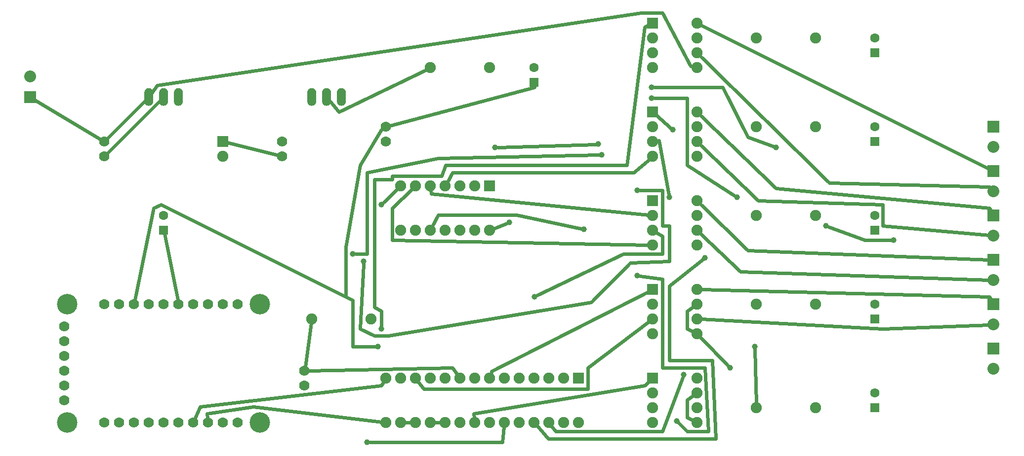
<source format=gbl>
G04 MADE WITH FRITZING*
G04 WWW.FRITZING.ORG*
G04 DOUBLE SIDED*
G04 HOLES PLATED*
G04 CONTOUR ON CENTER OF CONTOUR VECTOR*
%ASAXBY*%
%FSLAX23Y23*%
%MOIN*%
%OFA0B0*%
%SFA1.0B1.0*%
%ADD10C,0.060000*%
%ADD11C,0.075000*%
%ADD12C,0.070000*%
%ADD13C,0.062992*%
%ADD14C,0.053528*%
%ADD15C,0.080000*%
%ADD16C,0.138425*%
%ADD17C,0.039370*%
%ADD18R,0.075000X0.075000*%
%ADD19R,0.062992X0.062992*%
%ADD20R,0.080000X0.080000*%
%ADD21C,0.024000*%
%ADD22R,0.001000X0.001000*%
%LNCOPPER0*%
G90*
G70*
G54D10*
X939Y2654D03*
X1039Y2654D03*
X1139Y2654D03*
G54D11*
X1439Y2354D03*
X1439Y2254D03*
G54D12*
X639Y2254D03*
X639Y2354D03*
X1839Y2254D03*
X1839Y2354D03*
G54D13*
X1039Y1755D03*
X1039Y1854D03*
G54D14*
X2039Y2654D03*
X2139Y2654D03*
X2239Y2654D03*
G54D11*
X4339Y3154D03*
X4639Y3154D03*
X4339Y3054D03*
X4639Y3054D03*
X4339Y2954D03*
X4639Y2954D03*
X4339Y2854D03*
X4639Y2854D03*
X4339Y2554D03*
X4639Y2554D03*
X4339Y2454D03*
X4639Y2454D03*
X4339Y2354D03*
X4639Y2354D03*
X4339Y2254D03*
X4639Y2254D03*
X4339Y1954D03*
X4639Y1954D03*
X4339Y1854D03*
X4639Y1854D03*
X4339Y1754D03*
X4639Y1754D03*
X4339Y1654D03*
X4639Y1654D03*
X4339Y1354D03*
X4639Y1354D03*
X4339Y1254D03*
X4639Y1254D03*
X4339Y1154D03*
X4639Y1154D03*
X4339Y1054D03*
X4639Y1054D03*
X4339Y754D03*
X4639Y754D03*
X4339Y654D03*
X4639Y654D03*
X4339Y554D03*
X4639Y554D03*
X4339Y454D03*
X4639Y454D03*
X3239Y2054D03*
X3239Y1754D03*
X3139Y2054D03*
X3139Y1754D03*
X3039Y2054D03*
X3039Y1754D03*
X2939Y2054D03*
X2939Y1754D03*
X2839Y2054D03*
X2839Y1754D03*
X2739Y2054D03*
X2739Y1754D03*
X2639Y2054D03*
X2639Y1754D03*
G54D15*
X6639Y2154D03*
X6639Y2016D03*
X6639Y1854D03*
X6639Y1716D03*
X6639Y1554D03*
X6639Y1416D03*
X6639Y1254D03*
X6639Y1116D03*
X6639Y954D03*
X6639Y816D03*
G54D11*
X2039Y1154D03*
X2439Y1154D03*
G54D12*
X1989Y804D03*
X1989Y704D03*
X2539Y2354D03*
X2539Y2454D03*
G54D13*
X3539Y2755D03*
X3539Y2854D03*
G54D11*
X2839Y2854D03*
X3239Y2854D03*
G54D15*
X139Y2654D03*
X139Y2792D03*
G54D13*
X5839Y2955D03*
X5839Y3054D03*
X5839Y2355D03*
X5839Y2454D03*
X5839Y1755D03*
X5839Y1854D03*
X5839Y1155D03*
X5839Y1254D03*
X5839Y555D03*
X5839Y654D03*
G54D11*
X5039Y3054D03*
X5439Y3054D03*
X5039Y2454D03*
X5439Y2454D03*
X5039Y1854D03*
X5439Y1854D03*
X5039Y1254D03*
X5439Y1254D03*
X5039Y554D03*
X5439Y554D03*
X3839Y754D03*
X3839Y454D03*
X3739Y754D03*
X3739Y454D03*
X3639Y754D03*
X3639Y454D03*
X3539Y754D03*
X3539Y454D03*
X3439Y754D03*
X3439Y454D03*
X3339Y754D03*
X3339Y454D03*
X3239Y754D03*
X3239Y454D03*
X3139Y754D03*
X3139Y454D03*
X3039Y754D03*
X3039Y454D03*
X2939Y754D03*
X2939Y454D03*
X2839Y754D03*
X2839Y454D03*
X2739Y754D03*
X2739Y454D03*
X2639Y754D03*
X2639Y454D03*
X2539Y754D03*
X2539Y454D03*
G54D15*
X6639Y2454D03*
X6639Y2316D03*
G54D16*
X389Y1254D03*
X1689Y1254D03*
G54D12*
X369Y1104D03*
X369Y1004D03*
X369Y904D03*
X369Y804D03*
X369Y704D03*
X369Y604D03*
X1539Y1254D03*
X1439Y1254D03*
X1339Y1254D03*
X1239Y1254D03*
X1139Y1254D03*
X1039Y1254D03*
X939Y1254D03*
X839Y1254D03*
X739Y1254D03*
G54D16*
X1689Y454D03*
G54D12*
X639Y1254D03*
G54D16*
X389Y454D03*
G54D12*
X639Y454D03*
X739Y454D03*
X839Y454D03*
X939Y454D03*
X1039Y454D03*
X1139Y454D03*
X1239Y454D03*
X1339Y454D03*
X1439Y454D03*
X1539Y454D03*
G54D17*
X4452Y1976D03*
X4476Y2432D03*
X2508Y1928D03*
X4548Y776D03*
X3540Y1304D03*
X2508Y1088D03*
X3372Y1808D03*
X4236Y2024D03*
X2388Y1544D03*
X4500Y464D03*
X4236Y1448D03*
X3876Y1760D03*
X4692Y1568D03*
X4908Y1976D03*
X4332Y2648D03*
X3996Y2264D03*
X2316Y1592D03*
X2484Y968D03*
X5172Y2312D03*
X4332Y2720D03*
X3972Y2336D03*
X3276Y2312D03*
X2412Y320D03*
X5028Y968D03*
X4860Y824D03*
X5964Y1688D03*
X5508Y1784D03*
G54D18*
X1439Y2354D03*
G54D19*
X1039Y1755D03*
G54D18*
X4339Y3154D03*
X4339Y2554D03*
X4339Y1954D03*
X4339Y1354D03*
X4339Y754D03*
X3239Y2054D03*
G54D20*
X6639Y2154D03*
X6639Y1854D03*
X6639Y1554D03*
X6639Y1254D03*
X6639Y954D03*
G54D19*
X3539Y2755D03*
G54D20*
X139Y2654D03*
G54D19*
X5839Y2955D03*
X5839Y2355D03*
X5839Y1755D03*
X5839Y1155D03*
X5839Y555D03*
G54D18*
X3839Y754D03*
G54D20*
X6639Y2454D03*
G54D21*
X1044Y1729D02*
X1133Y1284D01*
D02*
X2510Y457D02*
X1644Y560D01*
X1644Y560D02*
X1332Y512D01*
X1332Y512D02*
X1335Y484D01*
D02*
X4667Y1152D02*
X5892Y1088D01*
X5892Y1088D02*
X6608Y1115D01*
D02*
X4317Y2235D02*
X4212Y2144D01*
X4212Y2144D02*
X2988Y2144D01*
X2988Y2144D02*
X2953Y2079D01*
D02*
X4310Y1857D02*
X2844Y2000D01*
X2844Y2000D02*
X2842Y2025D01*
D02*
X4659Y1734D02*
X4932Y1472D01*
X4932Y1472D02*
X6608Y1417D01*
D02*
X4667Y1353D02*
X6612Y1304D01*
X6612Y1304D02*
X6624Y1281D01*
D02*
X1251Y482D02*
X1284Y560D01*
X1284Y560D02*
X2508Y704D01*
X2508Y704D02*
X2524Y730D01*
D02*
X2035Y1126D02*
X1993Y830D01*
D02*
X3022Y777D02*
X2988Y824D01*
X2988Y824D02*
X2015Y804D01*
D02*
X4313Y1341D02*
X3252Y800D01*
X3252Y800D02*
X3247Y781D01*
D02*
X4659Y1934D02*
X4980Y1616D01*
X4980Y1616D02*
X6608Y1555D01*
D02*
X4316Y1137D02*
X3900Y824D01*
X3900Y824D02*
X3900Y680D01*
X3900Y680D02*
X2796Y680D01*
X2796Y680D02*
X2756Y731D01*
D02*
X4449Y1994D02*
X4380Y2360D01*
X4380Y2360D02*
X4367Y2358D01*
D02*
X4310Y1654D02*
X2580Y1688D01*
X2580Y1688D02*
X2580Y1904D01*
X2580Y1904D02*
X2718Y2034D01*
D02*
X4462Y2444D02*
X4360Y2535D01*
D02*
X4659Y2334D02*
X5052Y1952D01*
X5052Y1952D02*
X5892Y1928D01*
X5892Y1928D02*
X5892Y1784D01*
X5892Y1784D02*
X6608Y1719D01*
D02*
X4659Y2934D02*
X5532Y2072D01*
X5532Y2072D02*
X6612Y2048D01*
X6612Y2048D02*
X6619Y2040D01*
D02*
X3135Y482D02*
X3132Y512D01*
X3132Y512D02*
X4284Y704D01*
X4284Y704D02*
X4318Y735D01*
D02*
X2522Y1941D02*
X2618Y2034D01*
D02*
X4659Y2534D02*
X5172Y2036D01*
X5172Y2036D02*
X6612Y1904D01*
X6612Y1904D02*
X6624Y1881D01*
D02*
X4664Y3141D02*
X6611Y2168D01*
D02*
X3656Y431D02*
X3684Y392D01*
X3684Y392D02*
X4404Y392D01*
X4404Y392D02*
X4541Y758D01*
D02*
X3557Y1312D02*
X4140Y1592D01*
X4140Y1592D02*
X4404Y1592D01*
X4404Y1592D02*
X4404Y1712D01*
X4404Y1712D02*
X4363Y1738D01*
D02*
X4313Y3142D02*
X4284Y3128D01*
X4284Y3128D02*
X4164Y2192D01*
X4164Y2192D02*
X2940Y2192D01*
X2940Y2192D02*
X2916Y2120D01*
X2916Y2120D02*
X2580Y2120D01*
X2580Y2120D02*
X2580Y2096D01*
X2580Y2096D02*
X2460Y2096D01*
X2460Y2096D02*
X2460Y1232D01*
X2460Y1232D02*
X2508Y1208D01*
X2508Y1208D02*
X2508Y1107D01*
D02*
X2867Y454D02*
X2910Y454D01*
D02*
X2667Y454D02*
X2710Y454D01*
D02*
X3265Y1765D02*
X3354Y1801D01*
D02*
X4255Y2024D02*
X4404Y2024D01*
X4404Y2024D02*
X4404Y1784D01*
X4404Y1784D02*
X4452Y1784D01*
X4452Y1784D02*
X4452Y1544D01*
X4452Y1544D02*
X4188Y1532D01*
X4188Y1532D02*
X3924Y1268D01*
X3924Y1268D02*
X2556Y1040D01*
X2556Y1040D02*
X2460Y1040D01*
X2460Y1040D02*
X2364Y1088D01*
X2364Y1088D02*
X2387Y1525D01*
D02*
X4513Y450D02*
X4572Y392D01*
X4572Y392D02*
X4716Y392D01*
X4716Y392D02*
X4692Y824D01*
X4692Y824D02*
X4404Y824D01*
X4404Y824D02*
X4404Y1424D01*
X4404Y1424D02*
X4255Y1445D01*
D02*
X3857Y1764D02*
X3420Y1856D01*
X3420Y1856D02*
X2892Y1856D01*
X2892Y1856D02*
X2852Y1779D01*
D02*
X4677Y1556D02*
X4452Y1376D01*
X4452Y1376D02*
X4452Y872D01*
X4452Y872D02*
X4740Y872D01*
X4740Y872D02*
X4764Y344D01*
X4764Y344D02*
X3636Y344D01*
X3636Y344D02*
X3558Y432D01*
D02*
X4892Y1986D02*
X4572Y2192D01*
X4572Y2192D02*
X4572Y2648D01*
X4572Y2648D02*
X4351Y2648D01*
D02*
X3977Y2263D02*
X2892Y2240D01*
X2892Y2240D02*
X2412Y2144D01*
X2412Y2144D02*
X2412Y1592D01*
X2412Y1592D02*
X2335Y1592D01*
D02*
X3540Y2729D02*
X3540Y2720D01*
X3540Y2720D02*
X2564Y2461D01*
D02*
X2465Y968D02*
X2316Y968D01*
X2316Y968D02*
X2316Y1280D01*
X2316Y1280D02*
X2268Y1304D01*
X2268Y1304D02*
X2268Y1640D01*
X2268Y1640D02*
X2364Y2192D01*
X2364Y2192D02*
X2508Y2432D01*
X2508Y2432D02*
X2518Y2439D01*
D02*
X845Y1284D02*
X972Y1904D01*
X972Y1904D02*
X1020Y1928D01*
X1020Y1928D02*
X2316Y1280D01*
D02*
X5154Y2319D02*
X4980Y2384D01*
X4980Y2384D02*
X4812Y2720D01*
X4812Y2720D02*
X4351Y2720D01*
D02*
X3953Y2335D02*
X3295Y2312D01*
D02*
X2431Y320D02*
X3324Y320D01*
X3324Y320D02*
X3336Y425D01*
D02*
X1467Y2347D02*
X1813Y2260D01*
D02*
X657Y2272D02*
X1017Y2632D01*
D02*
X2813Y2841D02*
X2220Y2552D01*
X2220Y2552D02*
X2160Y2627D01*
D02*
X5038Y583D02*
X5029Y949D01*
D02*
X4613Y1067D02*
X4572Y1088D01*
X4572Y1088D02*
X4572Y1208D01*
X4572Y1208D02*
X4615Y1238D01*
D02*
X4847Y838D02*
X4659Y1033D01*
D02*
X4613Y467D02*
X4572Y488D01*
X4572Y488D02*
X4572Y608D01*
X4572Y608D02*
X4615Y638D01*
D02*
X5945Y1688D02*
X5772Y1688D01*
X5772Y1688D02*
X5526Y1777D01*
D02*
X957Y2679D02*
X996Y2732D01*
X996Y2732D02*
X4260Y3224D01*
X4260Y3224D02*
X4404Y3224D01*
X4404Y3224D02*
X4596Y2864D01*
X4596Y2864D02*
X4611Y2860D01*
D02*
X657Y2373D02*
X917Y2632D01*
D02*
X165Y2638D02*
X616Y2368D01*
G54D22*
X932Y2714D02*
X944Y2714D01*
X1032Y2714D02*
X1044Y2714D01*
X1132Y2714D02*
X1144Y2714D01*
X2032Y2714D02*
X2044Y2714D01*
X2132Y2714D02*
X2144Y2714D01*
X2232Y2714D02*
X2244Y2714D01*
X929Y2713D02*
X948Y2713D01*
X1029Y2713D02*
X1048Y2713D01*
X1129Y2713D02*
X1148Y2713D01*
X2029Y2713D02*
X2048Y2713D01*
X2128Y2713D02*
X2148Y2713D01*
X2228Y2713D02*
X2247Y2713D01*
X926Y2712D02*
X950Y2712D01*
X1026Y2712D02*
X1050Y2712D01*
X1126Y2712D02*
X1150Y2712D01*
X2026Y2712D02*
X2050Y2712D01*
X2126Y2712D02*
X2150Y2712D01*
X2226Y2712D02*
X2250Y2712D01*
X924Y2711D02*
X952Y2711D01*
X1024Y2711D02*
X1052Y2711D01*
X1124Y2711D02*
X1152Y2711D01*
X2024Y2711D02*
X2052Y2711D01*
X2124Y2711D02*
X2152Y2711D01*
X2224Y2711D02*
X2252Y2711D01*
X923Y2710D02*
X954Y2710D01*
X1022Y2710D02*
X1054Y2710D01*
X1122Y2710D02*
X1154Y2710D01*
X2022Y2710D02*
X2054Y2710D01*
X2122Y2710D02*
X2154Y2710D01*
X2222Y2710D02*
X2254Y2710D01*
X921Y2709D02*
X955Y2709D01*
X1021Y2709D02*
X1055Y2709D01*
X1121Y2709D02*
X1155Y2709D01*
X2021Y2709D02*
X2055Y2709D01*
X2121Y2709D02*
X2155Y2709D01*
X2221Y2709D02*
X2255Y2709D01*
X920Y2708D02*
X957Y2708D01*
X1020Y2708D02*
X1057Y2708D01*
X1120Y2708D02*
X1157Y2708D01*
X2020Y2708D02*
X2056Y2708D01*
X2120Y2708D02*
X2156Y2708D01*
X2220Y2708D02*
X2256Y2708D01*
X919Y2707D02*
X958Y2707D01*
X1019Y2707D02*
X1058Y2707D01*
X1119Y2707D02*
X1158Y2707D01*
X2018Y2707D02*
X2058Y2707D01*
X2118Y2707D02*
X2158Y2707D01*
X2218Y2707D02*
X2258Y2707D01*
X918Y2706D02*
X959Y2706D01*
X1018Y2706D02*
X1059Y2706D01*
X1117Y2706D02*
X1159Y2706D01*
X2017Y2706D02*
X2059Y2706D01*
X2117Y2706D02*
X2159Y2706D01*
X2217Y2706D02*
X2259Y2706D01*
X917Y2705D02*
X960Y2705D01*
X1017Y2705D02*
X1060Y2705D01*
X1117Y2705D02*
X1160Y2705D01*
X2016Y2705D02*
X2060Y2705D01*
X2116Y2705D02*
X2160Y2705D01*
X2216Y2705D02*
X2260Y2705D01*
X916Y2704D02*
X961Y2704D01*
X1016Y2704D02*
X1061Y2704D01*
X1116Y2704D02*
X1161Y2704D01*
X2016Y2704D02*
X2061Y2704D01*
X2116Y2704D02*
X2160Y2704D01*
X2216Y2704D02*
X2260Y2704D01*
X915Y2703D02*
X961Y2703D01*
X1015Y2703D02*
X1061Y2703D01*
X1115Y2703D02*
X1161Y2703D01*
X2015Y2703D02*
X2061Y2703D01*
X2115Y2703D02*
X2161Y2703D01*
X2215Y2703D02*
X2261Y2703D01*
X914Y2702D02*
X962Y2702D01*
X1014Y2702D02*
X1062Y2702D01*
X1114Y2702D02*
X1162Y2702D01*
X2014Y2702D02*
X2062Y2702D01*
X2114Y2702D02*
X2162Y2702D01*
X2214Y2702D02*
X2262Y2702D01*
X913Y2701D02*
X963Y2701D01*
X1013Y2701D02*
X1063Y2701D01*
X1113Y2701D02*
X1163Y2701D01*
X2013Y2701D02*
X2063Y2701D01*
X2113Y2701D02*
X2163Y2701D01*
X2213Y2701D02*
X2263Y2701D01*
X913Y2700D02*
X963Y2700D01*
X1013Y2700D02*
X1063Y2700D01*
X1113Y2700D02*
X1163Y2700D01*
X2013Y2700D02*
X2063Y2700D01*
X2113Y2700D02*
X2163Y2700D01*
X2213Y2700D02*
X2263Y2700D01*
X912Y2699D02*
X964Y2699D01*
X1012Y2699D02*
X1064Y2699D01*
X1112Y2699D02*
X1164Y2699D01*
X2012Y2699D02*
X2064Y2699D01*
X2112Y2699D02*
X2164Y2699D01*
X2212Y2699D02*
X2264Y2699D01*
X912Y2698D02*
X965Y2698D01*
X1012Y2698D02*
X1065Y2698D01*
X1112Y2698D02*
X1165Y2698D01*
X2012Y2698D02*
X2064Y2698D01*
X2112Y2698D02*
X2164Y2698D01*
X2212Y2698D02*
X2264Y2698D01*
X911Y2697D02*
X965Y2697D01*
X1011Y2697D02*
X1065Y2697D01*
X1111Y2697D02*
X1165Y2697D01*
X2011Y2697D02*
X2065Y2697D01*
X2111Y2697D02*
X2165Y2697D01*
X2211Y2697D02*
X2265Y2697D01*
X911Y2696D02*
X965Y2696D01*
X1011Y2696D02*
X1065Y2696D01*
X1111Y2696D02*
X1165Y2696D01*
X2011Y2696D02*
X2065Y2696D01*
X2111Y2696D02*
X2165Y2696D01*
X2211Y2696D02*
X2265Y2696D01*
X911Y2695D02*
X966Y2695D01*
X1010Y2695D02*
X1066Y2695D01*
X1110Y2695D02*
X1166Y2695D01*
X2010Y2695D02*
X2066Y2695D01*
X2110Y2695D02*
X2166Y2695D01*
X2210Y2695D02*
X2266Y2695D01*
X910Y2694D02*
X966Y2694D01*
X1010Y2694D02*
X1066Y2694D01*
X1110Y2694D02*
X1166Y2694D01*
X2010Y2694D02*
X2066Y2694D01*
X2110Y2694D02*
X2166Y2694D01*
X2210Y2694D02*
X2266Y2694D01*
X910Y2693D02*
X967Y2693D01*
X1010Y2693D02*
X1066Y2693D01*
X1110Y2693D02*
X1166Y2693D01*
X2010Y2693D02*
X2066Y2693D01*
X2110Y2693D02*
X2166Y2693D01*
X2210Y2693D02*
X2266Y2693D01*
X910Y2692D02*
X967Y2692D01*
X1010Y2692D02*
X1067Y2692D01*
X1110Y2692D02*
X1167Y2692D01*
X2009Y2692D02*
X2067Y2692D01*
X2109Y2692D02*
X2167Y2692D01*
X2209Y2692D02*
X2267Y2692D01*
X909Y2691D02*
X967Y2691D01*
X1009Y2691D02*
X1067Y2691D01*
X1109Y2691D02*
X1167Y2691D01*
X2009Y2691D02*
X2067Y2691D01*
X2109Y2691D02*
X2167Y2691D01*
X2209Y2691D02*
X2267Y2691D01*
X909Y2690D02*
X967Y2690D01*
X1009Y2690D02*
X1067Y2690D01*
X1109Y2690D02*
X1167Y2690D01*
X2009Y2690D02*
X2067Y2690D01*
X2109Y2690D02*
X2167Y2690D01*
X2209Y2690D02*
X2267Y2690D01*
X909Y2689D02*
X967Y2689D01*
X1009Y2689D02*
X1067Y2689D01*
X1109Y2689D02*
X1167Y2689D01*
X2009Y2689D02*
X2067Y2689D01*
X2109Y2689D02*
X2167Y2689D01*
X2209Y2689D02*
X2267Y2689D01*
X909Y2688D02*
X967Y2688D01*
X1009Y2688D02*
X1067Y2688D01*
X1109Y2688D02*
X1167Y2688D01*
X2009Y2688D02*
X2067Y2688D01*
X2109Y2688D02*
X2167Y2688D01*
X2209Y2688D02*
X2267Y2688D01*
X909Y2687D02*
X968Y2687D01*
X1009Y2687D02*
X1068Y2687D01*
X1109Y2687D02*
X1168Y2687D01*
X2009Y2687D02*
X2067Y2687D01*
X2109Y2687D02*
X2167Y2687D01*
X2209Y2687D02*
X2267Y2687D01*
X909Y2686D02*
X968Y2686D01*
X1009Y2686D02*
X1068Y2686D01*
X1109Y2686D02*
X1168Y2686D01*
X2009Y2686D02*
X2067Y2686D01*
X2109Y2686D02*
X2167Y2686D01*
X2209Y2686D02*
X2267Y2686D01*
X909Y2685D02*
X968Y2685D01*
X1009Y2685D02*
X1068Y2685D01*
X1109Y2685D02*
X1168Y2685D01*
X2009Y2685D02*
X2068Y2685D01*
X2109Y2685D02*
X2167Y2685D01*
X2209Y2685D02*
X2267Y2685D01*
X909Y2684D02*
X968Y2684D01*
X1009Y2684D02*
X1068Y2684D01*
X1109Y2684D02*
X1168Y2684D01*
X2009Y2684D02*
X2068Y2684D01*
X2109Y2684D02*
X2167Y2684D01*
X2209Y2684D02*
X2267Y2684D01*
X909Y2683D02*
X968Y2683D01*
X1009Y2683D02*
X1068Y2683D01*
X1109Y2683D02*
X1168Y2683D01*
X2009Y2683D02*
X2068Y2683D01*
X2109Y2683D02*
X2167Y2683D01*
X2209Y2683D02*
X2267Y2683D01*
X909Y2682D02*
X968Y2682D01*
X1009Y2682D02*
X1068Y2682D01*
X1109Y2682D02*
X1168Y2682D01*
X2009Y2682D02*
X2068Y2682D01*
X2109Y2682D02*
X2167Y2682D01*
X2209Y2682D02*
X2267Y2682D01*
X909Y2681D02*
X968Y2681D01*
X1009Y2681D02*
X1068Y2681D01*
X1109Y2681D02*
X1168Y2681D01*
X2009Y2681D02*
X2068Y2681D01*
X2109Y2681D02*
X2167Y2681D01*
X2209Y2681D02*
X2267Y2681D01*
X909Y2680D02*
X968Y2680D01*
X1009Y2680D02*
X1068Y2680D01*
X1109Y2680D02*
X1168Y2680D01*
X2009Y2680D02*
X2068Y2680D01*
X2109Y2680D02*
X2167Y2680D01*
X2209Y2680D02*
X2267Y2680D01*
X909Y2679D02*
X968Y2679D01*
X1009Y2679D02*
X1068Y2679D01*
X1109Y2679D02*
X1168Y2679D01*
X2009Y2679D02*
X2068Y2679D01*
X2109Y2679D02*
X2167Y2679D01*
X2209Y2679D02*
X2267Y2679D01*
X909Y2678D02*
X968Y2678D01*
X1009Y2678D02*
X1068Y2678D01*
X1109Y2678D02*
X1168Y2678D01*
X2009Y2678D02*
X2068Y2678D01*
X2109Y2678D02*
X2167Y2678D01*
X2209Y2678D02*
X2267Y2678D01*
X909Y2677D02*
X968Y2677D01*
X1009Y2677D02*
X1068Y2677D01*
X1109Y2677D02*
X1168Y2677D01*
X2009Y2677D02*
X2068Y2677D01*
X2109Y2677D02*
X2167Y2677D01*
X2209Y2677D02*
X2267Y2677D01*
X909Y2676D02*
X968Y2676D01*
X1009Y2676D02*
X1068Y2676D01*
X1109Y2676D02*
X1168Y2676D01*
X2009Y2676D02*
X2068Y2676D01*
X2109Y2676D02*
X2167Y2676D01*
X2209Y2676D02*
X2267Y2676D01*
X909Y2675D02*
X968Y2675D01*
X1009Y2675D02*
X1068Y2675D01*
X1109Y2675D02*
X1168Y2675D01*
X2009Y2675D02*
X2068Y2675D01*
X2109Y2675D02*
X2167Y2675D01*
X2209Y2675D02*
X2267Y2675D01*
X909Y2674D02*
X932Y2674D01*
X944Y2674D02*
X968Y2674D01*
X1009Y2674D02*
X1032Y2674D01*
X1044Y2674D02*
X1068Y2674D01*
X1109Y2674D02*
X1132Y2674D01*
X1144Y2674D02*
X1168Y2674D01*
X2009Y2674D02*
X2032Y2674D01*
X2044Y2674D02*
X2068Y2674D01*
X2109Y2674D02*
X2132Y2674D01*
X2144Y2674D02*
X2167Y2674D01*
X2209Y2674D02*
X2232Y2674D01*
X2244Y2674D02*
X2267Y2674D01*
X909Y2673D02*
X930Y2673D01*
X947Y2673D02*
X968Y2673D01*
X1009Y2673D02*
X1030Y2673D01*
X1047Y2673D02*
X1068Y2673D01*
X1109Y2673D02*
X1130Y2673D01*
X1147Y2673D02*
X1168Y2673D01*
X2009Y2673D02*
X2029Y2673D01*
X2047Y2673D02*
X2068Y2673D01*
X2109Y2673D02*
X2129Y2673D01*
X2147Y2673D02*
X2167Y2673D01*
X2209Y2673D02*
X2229Y2673D01*
X2247Y2673D02*
X2267Y2673D01*
X909Y2672D02*
X928Y2672D01*
X949Y2672D02*
X968Y2672D01*
X1009Y2672D02*
X1028Y2672D01*
X1049Y2672D02*
X1068Y2672D01*
X1109Y2672D02*
X1128Y2672D01*
X1149Y2672D02*
X1168Y2672D01*
X2009Y2672D02*
X2028Y2672D01*
X2048Y2672D02*
X2068Y2672D01*
X2109Y2672D02*
X2128Y2672D01*
X2148Y2672D02*
X2167Y2672D01*
X2209Y2672D02*
X2228Y2672D01*
X2248Y2672D02*
X2267Y2672D01*
X909Y2671D02*
X926Y2671D01*
X950Y2671D02*
X968Y2671D01*
X1009Y2671D02*
X1026Y2671D01*
X1050Y2671D02*
X1068Y2671D01*
X1109Y2671D02*
X1126Y2671D01*
X1150Y2671D02*
X1168Y2671D01*
X2009Y2671D02*
X2026Y2671D01*
X2050Y2671D02*
X2068Y2671D01*
X2109Y2671D02*
X2126Y2671D01*
X2150Y2671D02*
X2167Y2671D01*
X2209Y2671D02*
X2226Y2671D01*
X2250Y2671D02*
X2267Y2671D01*
X909Y2670D02*
X925Y2670D01*
X951Y2670D02*
X968Y2670D01*
X1009Y2670D02*
X1025Y2670D01*
X1051Y2670D02*
X1068Y2670D01*
X1109Y2670D02*
X1125Y2670D01*
X1151Y2670D02*
X1168Y2670D01*
X2009Y2670D02*
X2025Y2670D01*
X2051Y2670D02*
X2068Y2670D01*
X2109Y2670D02*
X2125Y2670D01*
X2151Y2670D02*
X2167Y2670D01*
X2209Y2670D02*
X2225Y2670D01*
X2251Y2670D02*
X2267Y2670D01*
X909Y2669D02*
X924Y2669D01*
X953Y2669D02*
X968Y2669D01*
X1009Y2669D02*
X1024Y2669D01*
X1053Y2669D02*
X1068Y2669D01*
X1109Y2669D02*
X1124Y2669D01*
X1153Y2669D02*
X1168Y2669D01*
X2009Y2669D02*
X2024Y2669D01*
X2052Y2669D02*
X2068Y2669D01*
X2109Y2669D02*
X2124Y2669D01*
X2152Y2669D02*
X2167Y2669D01*
X2209Y2669D02*
X2224Y2669D01*
X2252Y2669D02*
X2267Y2669D01*
X909Y2668D02*
X923Y2668D01*
X954Y2668D02*
X968Y2668D01*
X1009Y2668D02*
X1023Y2668D01*
X1054Y2668D02*
X1068Y2668D01*
X1109Y2668D02*
X1123Y2668D01*
X1154Y2668D02*
X1168Y2668D01*
X2009Y2668D02*
X2023Y2668D01*
X2053Y2668D02*
X2068Y2668D01*
X2109Y2668D02*
X2123Y2668D01*
X2153Y2668D02*
X2167Y2668D01*
X2209Y2668D02*
X2223Y2668D01*
X2253Y2668D02*
X2267Y2668D01*
X909Y2667D02*
X922Y2667D01*
X954Y2667D02*
X968Y2667D01*
X1009Y2667D02*
X1022Y2667D01*
X1054Y2667D02*
X1068Y2667D01*
X1109Y2667D02*
X1122Y2667D01*
X1154Y2667D02*
X1168Y2667D01*
X2009Y2667D02*
X2022Y2667D01*
X2054Y2667D02*
X2068Y2667D01*
X2109Y2667D02*
X2122Y2667D01*
X2154Y2667D02*
X2167Y2667D01*
X2209Y2667D02*
X2222Y2667D01*
X2254Y2667D02*
X2267Y2667D01*
X909Y2666D02*
X921Y2666D01*
X955Y2666D02*
X968Y2666D01*
X1009Y2666D02*
X1021Y2666D01*
X1055Y2666D02*
X1068Y2666D01*
X1109Y2666D02*
X1121Y2666D01*
X1155Y2666D02*
X1168Y2666D01*
X2009Y2666D02*
X2021Y2666D01*
X2055Y2666D02*
X2068Y2666D01*
X2109Y2666D02*
X2121Y2666D01*
X2155Y2666D02*
X2167Y2666D01*
X2209Y2666D02*
X2221Y2666D01*
X2255Y2666D02*
X2267Y2666D01*
X909Y2665D02*
X921Y2665D01*
X956Y2665D02*
X968Y2665D01*
X1009Y2665D02*
X1021Y2665D01*
X1056Y2665D02*
X1068Y2665D01*
X1109Y2665D02*
X1121Y2665D01*
X1156Y2665D02*
X1168Y2665D01*
X2009Y2665D02*
X2020Y2665D01*
X2056Y2665D02*
X2068Y2665D01*
X2109Y2665D02*
X2120Y2665D01*
X2156Y2665D02*
X2167Y2665D01*
X2209Y2665D02*
X2220Y2665D01*
X2256Y2665D02*
X2267Y2665D01*
X909Y2664D02*
X920Y2664D01*
X956Y2664D02*
X968Y2664D01*
X1009Y2664D02*
X1020Y2664D01*
X1056Y2664D02*
X1068Y2664D01*
X1109Y2664D02*
X1120Y2664D01*
X1156Y2664D02*
X1168Y2664D01*
X2009Y2664D02*
X2020Y2664D01*
X2056Y2664D02*
X2068Y2664D01*
X2109Y2664D02*
X2120Y2664D01*
X2156Y2664D02*
X2167Y2664D01*
X2209Y2664D02*
X2220Y2664D01*
X2256Y2664D02*
X2267Y2664D01*
X909Y2663D02*
X919Y2663D01*
X957Y2663D02*
X968Y2663D01*
X1009Y2663D02*
X1019Y2663D01*
X1057Y2663D02*
X1068Y2663D01*
X1109Y2663D02*
X1119Y2663D01*
X1157Y2663D02*
X1168Y2663D01*
X2009Y2663D02*
X2019Y2663D01*
X2057Y2663D02*
X2068Y2663D01*
X2109Y2663D02*
X2119Y2663D01*
X2157Y2663D02*
X2167Y2663D01*
X2209Y2663D02*
X2219Y2663D01*
X2257Y2663D02*
X2267Y2663D01*
X909Y2662D02*
X919Y2662D01*
X957Y2662D02*
X968Y2662D01*
X1009Y2662D02*
X1019Y2662D01*
X1057Y2662D02*
X1068Y2662D01*
X1109Y2662D02*
X1119Y2662D01*
X1157Y2662D02*
X1168Y2662D01*
X2009Y2662D02*
X2019Y2662D01*
X2057Y2662D02*
X2068Y2662D01*
X2109Y2662D02*
X2119Y2662D01*
X2157Y2662D02*
X2167Y2662D01*
X2209Y2662D02*
X2219Y2662D01*
X2257Y2662D02*
X2267Y2662D01*
X909Y2661D02*
X919Y2661D01*
X958Y2661D02*
X968Y2661D01*
X1009Y2661D02*
X1019Y2661D01*
X1058Y2661D02*
X1068Y2661D01*
X1109Y2661D02*
X1119Y2661D01*
X1158Y2661D02*
X1168Y2661D01*
X2009Y2661D02*
X2019Y2661D01*
X2057Y2661D02*
X2068Y2661D01*
X2109Y2661D02*
X2119Y2661D01*
X2157Y2661D02*
X2167Y2661D01*
X2209Y2661D02*
X2219Y2661D01*
X2257Y2661D02*
X2267Y2661D01*
X909Y2660D02*
X918Y2660D01*
X958Y2660D02*
X968Y2660D01*
X1009Y2660D02*
X1018Y2660D01*
X1058Y2660D02*
X1068Y2660D01*
X1109Y2660D02*
X1118Y2660D01*
X1158Y2660D02*
X1168Y2660D01*
X2009Y2660D02*
X2018Y2660D01*
X2058Y2660D02*
X2068Y2660D01*
X2109Y2660D02*
X2118Y2660D01*
X2158Y2660D02*
X2167Y2660D01*
X2209Y2660D02*
X2218Y2660D01*
X2258Y2660D02*
X2267Y2660D01*
X909Y2659D02*
X918Y2659D01*
X958Y2659D02*
X968Y2659D01*
X1009Y2659D02*
X1018Y2659D01*
X1058Y2659D02*
X1068Y2659D01*
X1109Y2659D02*
X1118Y2659D01*
X1158Y2659D02*
X1168Y2659D01*
X2009Y2659D02*
X2018Y2659D01*
X2058Y2659D02*
X2068Y2659D01*
X2109Y2659D02*
X2118Y2659D01*
X2158Y2659D02*
X2167Y2659D01*
X2209Y2659D02*
X2218Y2659D01*
X2258Y2659D02*
X2267Y2659D01*
X909Y2658D02*
X918Y2658D01*
X958Y2658D02*
X968Y2658D01*
X1009Y2658D02*
X1018Y2658D01*
X1058Y2658D02*
X1068Y2658D01*
X1109Y2658D02*
X1118Y2658D01*
X1158Y2658D02*
X1168Y2658D01*
X2009Y2658D02*
X2018Y2658D01*
X2058Y2658D02*
X2068Y2658D01*
X2109Y2658D02*
X2118Y2658D01*
X2158Y2658D02*
X2167Y2658D01*
X2209Y2658D02*
X2218Y2658D01*
X2258Y2658D02*
X2267Y2658D01*
X909Y2657D02*
X918Y2657D01*
X958Y2657D02*
X968Y2657D01*
X1009Y2657D02*
X1018Y2657D01*
X1058Y2657D02*
X1068Y2657D01*
X1109Y2657D02*
X1118Y2657D01*
X1158Y2657D02*
X1168Y2657D01*
X2009Y2657D02*
X2018Y2657D01*
X2058Y2657D02*
X2068Y2657D01*
X2109Y2657D02*
X2118Y2657D01*
X2158Y2657D02*
X2167Y2657D01*
X2209Y2657D02*
X2218Y2657D01*
X2258Y2657D02*
X2267Y2657D01*
X909Y2656D02*
X918Y2656D01*
X959Y2656D02*
X968Y2656D01*
X1009Y2656D02*
X1018Y2656D01*
X1059Y2656D02*
X1068Y2656D01*
X1109Y2656D02*
X1118Y2656D01*
X1159Y2656D02*
X1168Y2656D01*
X2009Y2656D02*
X2018Y2656D01*
X2058Y2656D02*
X2068Y2656D01*
X2109Y2656D02*
X2118Y2656D01*
X2158Y2656D02*
X2167Y2656D01*
X2209Y2656D02*
X2218Y2656D01*
X2258Y2656D02*
X2267Y2656D01*
X909Y2655D02*
X918Y2655D01*
X959Y2655D02*
X968Y2655D01*
X1009Y2655D02*
X1018Y2655D01*
X1059Y2655D02*
X1068Y2655D01*
X1109Y2655D02*
X1118Y2655D01*
X1159Y2655D02*
X1168Y2655D01*
X2009Y2655D02*
X2018Y2655D01*
X2058Y2655D02*
X2068Y2655D01*
X2109Y2655D02*
X2118Y2655D01*
X2158Y2655D02*
X2167Y2655D01*
X2209Y2655D02*
X2218Y2655D01*
X2258Y2655D02*
X2267Y2655D01*
X909Y2654D02*
X918Y2654D01*
X959Y2654D02*
X968Y2654D01*
X1009Y2654D02*
X1018Y2654D01*
X1059Y2654D02*
X1068Y2654D01*
X1109Y2654D02*
X1118Y2654D01*
X1159Y2654D02*
X1168Y2654D01*
X2009Y2654D02*
X2018Y2654D01*
X2058Y2654D02*
X2068Y2654D01*
X2109Y2654D02*
X2118Y2654D01*
X2158Y2654D02*
X2167Y2654D01*
X2209Y2654D02*
X2218Y2654D01*
X2258Y2654D02*
X2267Y2654D01*
X909Y2653D02*
X918Y2653D01*
X958Y2653D02*
X968Y2653D01*
X1009Y2653D02*
X1018Y2653D01*
X1058Y2653D02*
X1068Y2653D01*
X1109Y2653D02*
X1118Y2653D01*
X1158Y2653D02*
X1168Y2653D01*
X2009Y2653D02*
X2018Y2653D01*
X2058Y2653D02*
X2068Y2653D01*
X2109Y2653D02*
X2118Y2653D01*
X2158Y2653D02*
X2167Y2653D01*
X2209Y2653D02*
X2218Y2653D01*
X2258Y2653D02*
X2267Y2653D01*
X909Y2652D02*
X918Y2652D01*
X958Y2652D02*
X968Y2652D01*
X1009Y2652D02*
X1018Y2652D01*
X1058Y2652D02*
X1068Y2652D01*
X1109Y2652D02*
X1118Y2652D01*
X1158Y2652D02*
X1168Y2652D01*
X2009Y2652D02*
X2018Y2652D01*
X2058Y2652D02*
X2068Y2652D01*
X2109Y2652D02*
X2118Y2652D01*
X2158Y2652D02*
X2167Y2652D01*
X2209Y2652D02*
X2218Y2652D01*
X2258Y2652D02*
X2267Y2652D01*
X909Y2651D02*
X918Y2651D01*
X958Y2651D02*
X968Y2651D01*
X1009Y2651D02*
X1018Y2651D01*
X1058Y2651D02*
X1068Y2651D01*
X1109Y2651D02*
X1118Y2651D01*
X1158Y2651D02*
X1168Y2651D01*
X2009Y2651D02*
X2018Y2651D01*
X2058Y2651D02*
X2068Y2651D01*
X2109Y2651D02*
X2118Y2651D01*
X2158Y2651D02*
X2167Y2651D01*
X2209Y2651D02*
X2218Y2651D01*
X2258Y2651D02*
X2267Y2651D01*
X909Y2650D02*
X918Y2650D01*
X958Y2650D02*
X968Y2650D01*
X1009Y2650D02*
X1018Y2650D01*
X1058Y2650D02*
X1068Y2650D01*
X1109Y2650D02*
X1118Y2650D01*
X1158Y2650D02*
X1168Y2650D01*
X2009Y2650D02*
X2018Y2650D01*
X2058Y2650D02*
X2068Y2650D01*
X2109Y2650D02*
X2118Y2650D01*
X2158Y2650D02*
X2167Y2650D01*
X2209Y2650D02*
X2218Y2650D01*
X2258Y2650D02*
X2267Y2650D01*
X909Y2649D02*
X919Y2649D01*
X958Y2649D02*
X968Y2649D01*
X1009Y2649D02*
X1019Y2649D01*
X1058Y2649D02*
X1068Y2649D01*
X1109Y2649D02*
X1119Y2649D01*
X1158Y2649D02*
X1168Y2649D01*
X2009Y2649D02*
X2018Y2649D01*
X2058Y2649D02*
X2068Y2649D01*
X2109Y2649D02*
X2118Y2649D01*
X2158Y2649D02*
X2167Y2649D01*
X2209Y2649D02*
X2218Y2649D01*
X2258Y2649D02*
X2267Y2649D01*
X909Y2648D02*
X919Y2648D01*
X957Y2648D02*
X968Y2648D01*
X1009Y2648D02*
X1019Y2648D01*
X1057Y2648D02*
X1068Y2648D01*
X1109Y2648D02*
X1119Y2648D01*
X1157Y2648D02*
X1168Y2648D01*
X2009Y2648D02*
X2019Y2648D01*
X2057Y2648D02*
X2068Y2648D01*
X2109Y2648D02*
X2119Y2648D01*
X2157Y2648D02*
X2167Y2648D01*
X2209Y2648D02*
X2219Y2648D01*
X2257Y2648D02*
X2267Y2648D01*
X909Y2647D02*
X919Y2647D01*
X957Y2647D02*
X968Y2647D01*
X1009Y2647D02*
X1019Y2647D01*
X1057Y2647D02*
X1068Y2647D01*
X1109Y2647D02*
X1119Y2647D01*
X1157Y2647D02*
X1168Y2647D01*
X2009Y2647D02*
X2019Y2647D01*
X2057Y2647D02*
X2068Y2647D01*
X2109Y2647D02*
X2119Y2647D01*
X2157Y2647D02*
X2167Y2647D01*
X2209Y2647D02*
X2219Y2647D01*
X2257Y2647D02*
X2267Y2647D01*
X909Y2646D02*
X920Y2646D01*
X957Y2646D02*
X968Y2646D01*
X1009Y2646D02*
X1020Y2646D01*
X1057Y2646D02*
X1068Y2646D01*
X1109Y2646D02*
X1120Y2646D01*
X1157Y2646D02*
X1168Y2646D01*
X2009Y2646D02*
X2020Y2646D01*
X2056Y2646D02*
X2068Y2646D01*
X2109Y2646D02*
X2120Y2646D01*
X2156Y2646D02*
X2167Y2646D01*
X2209Y2646D02*
X2220Y2646D01*
X2256Y2646D02*
X2267Y2646D01*
X909Y2645D02*
X920Y2645D01*
X956Y2645D02*
X968Y2645D01*
X1009Y2645D02*
X1020Y2645D01*
X1056Y2645D02*
X1068Y2645D01*
X1109Y2645D02*
X1120Y2645D01*
X1156Y2645D02*
X1168Y2645D01*
X2009Y2645D02*
X2020Y2645D01*
X2056Y2645D02*
X2068Y2645D01*
X2109Y2645D02*
X2120Y2645D01*
X2156Y2645D02*
X2167Y2645D01*
X2209Y2645D02*
X2220Y2645D01*
X2256Y2645D02*
X2267Y2645D01*
X909Y2644D02*
X921Y2644D01*
X955Y2644D02*
X968Y2644D01*
X1009Y2644D02*
X1021Y2644D01*
X1055Y2644D02*
X1068Y2644D01*
X1109Y2644D02*
X1121Y2644D01*
X1155Y2644D02*
X1168Y2644D01*
X2009Y2644D02*
X2021Y2644D01*
X2055Y2644D02*
X2068Y2644D01*
X2109Y2644D02*
X2121Y2644D01*
X2155Y2644D02*
X2167Y2644D01*
X2209Y2644D02*
X2221Y2644D01*
X2255Y2644D02*
X2267Y2644D01*
X909Y2643D02*
X922Y2643D01*
X955Y2643D02*
X968Y2643D01*
X1009Y2643D02*
X1022Y2643D01*
X1055Y2643D02*
X1068Y2643D01*
X1109Y2643D02*
X1122Y2643D01*
X1155Y2643D02*
X1168Y2643D01*
X2009Y2643D02*
X2021Y2643D01*
X2055Y2643D02*
X2068Y2643D01*
X2109Y2643D02*
X2121Y2643D01*
X2155Y2643D02*
X2167Y2643D01*
X2209Y2643D02*
X2221Y2643D01*
X2255Y2643D02*
X2267Y2643D01*
X909Y2642D02*
X922Y2642D01*
X954Y2642D02*
X968Y2642D01*
X1009Y2642D02*
X1022Y2642D01*
X1054Y2642D02*
X1068Y2642D01*
X1109Y2642D02*
X1122Y2642D01*
X1154Y2642D02*
X1168Y2642D01*
X2009Y2642D02*
X2022Y2642D01*
X2054Y2642D02*
X2068Y2642D01*
X2109Y2642D02*
X2122Y2642D01*
X2154Y2642D02*
X2167Y2642D01*
X2209Y2642D02*
X2222Y2642D01*
X2254Y2642D02*
X2267Y2642D01*
X909Y2641D02*
X923Y2641D01*
X953Y2641D02*
X968Y2641D01*
X1009Y2641D02*
X1023Y2641D01*
X1053Y2641D02*
X1068Y2641D01*
X1109Y2641D02*
X1123Y2641D01*
X1153Y2641D02*
X1168Y2641D01*
X2009Y2641D02*
X2023Y2641D01*
X2053Y2641D02*
X2068Y2641D01*
X2109Y2641D02*
X2123Y2641D01*
X2153Y2641D02*
X2167Y2641D01*
X2209Y2641D02*
X2223Y2641D01*
X2253Y2641D02*
X2267Y2641D01*
X909Y2640D02*
X924Y2640D01*
X952Y2640D02*
X968Y2640D01*
X1009Y2640D02*
X1024Y2640D01*
X1052Y2640D02*
X1068Y2640D01*
X1109Y2640D02*
X1124Y2640D01*
X1152Y2640D02*
X1168Y2640D01*
X2009Y2640D02*
X2024Y2640D01*
X2052Y2640D02*
X2068Y2640D01*
X2109Y2640D02*
X2124Y2640D01*
X2152Y2640D02*
X2167Y2640D01*
X2209Y2640D02*
X2224Y2640D01*
X2252Y2640D02*
X2267Y2640D01*
X909Y2639D02*
X926Y2639D01*
X951Y2639D02*
X968Y2639D01*
X1009Y2639D02*
X1025Y2639D01*
X1051Y2639D02*
X1068Y2639D01*
X1109Y2639D02*
X1125Y2639D01*
X1151Y2639D02*
X1168Y2639D01*
X2009Y2639D02*
X2025Y2639D01*
X2051Y2639D02*
X2068Y2639D01*
X2109Y2639D02*
X2125Y2639D01*
X2151Y2639D02*
X2167Y2639D01*
X2209Y2639D02*
X2225Y2639D01*
X2251Y2639D02*
X2267Y2639D01*
X909Y2638D02*
X927Y2638D01*
X949Y2638D02*
X968Y2638D01*
X1009Y2638D02*
X1027Y2638D01*
X1049Y2638D02*
X1068Y2638D01*
X1109Y2638D02*
X1127Y2638D01*
X1149Y2638D02*
X1168Y2638D01*
X2009Y2638D02*
X2027Y2638D01*
X2049Y2638D02*
X2068Y2638D01*
X2109Y2638D02*
X2127Y2638D01*
X2149Y2638D02*
X2167Y2638D01*
X2209Y2638D02*
X2227Y2638D01*
X2249Y2638D02*
X2267Y2638D01*
X909Y2637D02*
X929Y2637D01*
X948Y2637D02*
X968Y2637D01*
X1009Y2637D02*
X1029Y2637D01*
X1048Y2637D02*
X1068Y2637D01*
X1109Y2637D02*
X1129Y2637D01*
X1148Y2637D02*
X1168Y2637D01*
X2009Y2637D02*
X2029Y2637D01*
X2048Y2637D02*
X2068Y2637D01*
X2109Y2637D02*
X2128Y2637D01*
X2148Y2637D02*
X2167Y2637D01*
X2209Y2637D02*
X2228Y2637D01*
X2248Y2637D02*
X2267Y2637D01*
X909Y2636D02*
X931Y2636D01*
X945Y2636D02*
X968Y2636D01*
X1009Y2636D02*
X1031Y2636D01*
X1045Y2636D02*
X1068Y2636D01*
X1109Y2636D02*
X1131Y2636D01*
X1145Y2636D02*
X1168Y2636D01*
X2009Y2636D02*
X2031Y2636D01*
X2045Y2636D02*
X2068Y2636D01*
X2109Y2636D02*
X2131Y2636D01*
X2145Y2636D02*
X2167Y2636D01*
X2209Y2636D02*
X2231Y2636D01*
X2245Y2636D02*
X2267Y2636D01*
X909Y2635D02*
X935Y2635D01*
X941Y2635D02*
X968Y2635D01*
X1009Y2635D02*
X1035Y2635D01*
X1041Y2635D02*
X1068Y2635D01*
X1109Y2635D02*
X1135Y2635D01*
X1141Y2635D02*
X1168Y2635D01*
X2009Y2635D02*
X2035Y2635D01*
X2041Y2635D02*
X2068Y2635D01*
X2109Y2635D02*
X2135Y2635D01*
X2141Y2635D02*
X2167Y2635D01*
X2209Y2635D02*
X2235Y2635D01*
X2241Y2635D02*
X2267Y2635D01*
X909Y2634D02*
X968Y2634D01*
X1009Y2634D02*
X1068Y2634D01*
X1109Y2634D02*
X1168Y2634D01*
X2009Y2634D02*
X2068Y2634D01*
X2109Y2634D02*
X2167Y2634D01*
X2209Y2634D02*
X2267Y2634D01*
X909Y2633D02*
X968Y2633D01*
X1009Y2633D02*
X1068Y2633D01*
X1109Y2633D02*
X1168Y2633D01*
X2009Y2633D02*
X2068Y2633D01*
X2109Y2633D02*
X2167Y2633D01*
X2209Y2633D02*
X2267Y2633D01*
X909Y2632D02*
X968Y2632D01*
X1009Y2632D02*
X1068Y2632D01*
X1109Y2632D02*
X1168Y2632D01*
X2009Y2632D02*
X2068Y2632D01*
X2109Y2632D02*
X2167Y2632D01*
X2209Y2632D02*
X2267Y2632D01*
X909Y2631D02*
X968Y2631D01*
X1009Y2631D02*
X1068Y2631D01*
X1109Y2631D02*
X1168Y2631D01*
X2009Y2631D02*
X2068Y2631D01*
X2109Y2631D02*
X2167Y2631D01*
X2209Y2631D02*
X2267Y2631D01*
X909Y2630D02*
X968Y2630D01*
X1009Y2630D02*
X1068Y2630D01*
X1109Y2630D02*
X1168Y2630D01*
X2009Y2630D02*
X2068Y2630D01*
X2109Y2630D02*
X2167Y2630D01*
X2209Y2630D02*
X2267Y2630D01*
X909Y2629D02*
X968Y2629D01*
X1009Y2629D02*
X1068Y2629D01*
X1109Y2629D02*
X1168Y2629D01*
X2009Y2629D02*
X2068Y2629D01*
X2109Y2629D02*
X2167Y2629D01*
X2209Y2629D02*
X2267Y2629D01*
X909Y2628D02*
X968Y2628D01*
X1009Y2628D02*
X1068Y2628D01*
X1109Y2628D02*
X1168Y2628D01*
X2009Y2628D02*
X2068Y2628D01*
X2109Y2628D02*
X2167Y2628D01*
X2209Y2628D02*
X2267Y2628D01*
X909Y2627D02*
X968Y2627D01*
X1009Y2627D02*
X1068Y2627D01*
X1109Y2627D02*
X1168Y2627D01*
X2009Y2627D02*
X2068Y2627D01*
X2109Y2627D02*
X2167Y2627D01*
X2209Y2627D02*
X2267Y2627D01*
X909Y2626D02*
X968Y2626D01*
X1009Y2626D02*
X1068Y2626D01*
X1109Y2626D02*
X1168Y2626D01*
X2009Y2626D02*
X2068Y2626D01*
X2109Y2626D02*
X2167Y2626D01*
X2209Y2626D02*
X2267Y2626D01*
X909Y2625D02*
X968Y2625D01*
X1009Y2625D02*
X1068Y2625D01*
X1109Y2625D02*
X1168Y2625D01*
X2009Y2625D02*
X2068Y2625D01*
X2109Y2625D02*
X2167Y2625D01*
X2209Y2625D02*
X2267Y2625D01*
X909Y2624D02*
X968Y2624D01*
X1009Y2624D02*
X1068Y2624D01*
X1109Y2624D02*
X1168Y2624D01*
X2009Y2624D02*
X2067Y2624D01*
X2109Y2624D02*
X2167Y2624D01*
X2209Y2624D02*
X2267Y2624D01*
X909Y2623D02*
X968Y2623D01*
X1009Y2623D02*
X1068Y2623D01*
X1109Y2623D02*
X1168Y2623D01*
X2009Y2623D02*
X2067Y2623D01*
X2109Y2623D02*
X2167Y2623D01*
X2209Y2623D02*
X2267Y2623D01*
X909Y2622D02*
X968Y2622D01*
X1009Y2622D02*
X1068Y2622D01*
X1109Y2622D02*
X1168Y2622D01*
X2009Y2622D02*
X2067Y2622D01*
X2109Y2622D02*
X2167Y2622D01*
X2209Y2622D02*
X2267Y2622D01*
X909Y2621D02*
X967Y2621D01*
X1009Y2621D02*
X1067Y2621D01*
X1109Y2621D02*
X1167Y2621D01*
X2009Y2621D02*
X2067Y2621D01*
X2109Y2621D02*
X2167Y2621D01*
X2209Y2621D02*
X2267Y2621D01*
X909Y2620D02*
X967Y2620D01*
X1009Y2620D02*
X1067Y2620D01*
X1109Y2620D02*
X1167Y2620D01*
X2009Y2620D02*
X2067Y2620D01*
X2109Y2620D02*
X2167Y2620D01*
X2209Y2620D02*
X2267Y2620D01*
X909Y2619D02*
X967Y2619D01*
X1009Y2619D02*
X1067Y2619D01*
X1109Y2619D02*
X1167Y2619D01*
X2009Y2619D02*
X2067Y2619D01*
X2109Y2619D02*
X2167Y2619D01*
X2209Y2619D02*
X2267Y2619D01*
X909Y2618D02*
X967Y2618D01*
X1009Y2618D02*
X1067Y2618D01*
X1109Y2618D02*
X1167Y2618D01*
X2009Y2618D02*
X2067Y2618D01*
X2109Y2618D02*
X2167Y2618D01*
X2209Y2618D02*
X2267Y2618D01*
X910Y2617D02*
X967Y2617D01*
X1010Y2617D02*
X1067Y2617D01*
X1110Y2617D02*
X1167Y2617D01*
X2010Y2617D02*
X2066Y2617D01*
X2110Y2617D02*
X2166Y2617D01*
X2210Y2617D02*
X2266Y2617D01*
X910Y2616D02*
X966Y2616D01*
X1010Y2616D02*
X1066Y2616D01*
X1110Y2616D02*
X1166Y2616D01*
X2010Y2616D02*
X2066Y2616D01*
X2110Y2616D02*
X2166Y2616D01*
X2210Y2616D02*
X2266Y2616D01*
X910Y2615D02*
X966Y2615D01*
X1010Y2615D02*
X1066Y2615D01*
X1110Y2615D02*
X1166Y2615D01*
X2010Y2615D02*
X2066Y2615D01*
X2110Y2615D02*
X2166Y2615D01*
X2210Y2615D02*
X2266Y2615D01*
X911Y2614D02*
X966Y2614D01*
X1011Y2614D02*
X1066Y2614D01*
X1111Y2614D02*
X1166Y2614D01*
X2011Y2614D02*
X2065Y2614D01*
X2111Y2614D02*
X2165Y2614D01*
X2211Y2614D02*
X2265Y2614D01*
X911Y2613D02*
X965Y2613D01*
X1011Y2613D02*
X1065Y2613D01*
X1111Y2613D02*
X1165Y2613D01*
X2011Y2613D02*
X2065Y2613D01*
X2111Y2613D02*
X2165Y2613D01*
X2211Y2613D02*
X2265Y2613D01*
X912Y2612D02*
X965Y2612D01*
X1012Y2612D02*
X1065Y2612D01*
X1112Y2612D02*
X1165Y2612D01*
X2011Y2612D02*
X2065Y2612D01*
X2111Y2612D02*
X2165Y2612D01*
X2211Y2612D02*
X2265Y2612D01*
X912Y2611D02*
X964Y2611D01*
X1012Y2611D02*
X1064Y2611D01*
X1112Y2611D02*
X1164Y2611D01*
X2012Y2611D02*
X2064Y2611D01*
X2112Y2611D02*
X2164Y2611D01*
X2212Y2611D02*
X2264Y2611D01*
X913Y2610D02*
X964Y2610D01*
X1013Y2610D02*
X1064Y2610D01*
X1113Y2610D02*
X1164Y2610D01*
X2012Y2610D02*
X2064Y2610D01*
X2112Y2610D02*
X2164Y2610D01*
X2212Y2610D02*
X2264Y2610D01*
X913Y2609D02*
X963Y2609D01*
X1013Y2609D02*
X1063Y2609D01*
X1113Y2609D02*
X1163Y2609D01*
X2013Y2609D02*
X2063Y2609D01*
X2113Y2609D02*
X2163Y2609D01*
X2213Y2609D02*
X2263Y2609D01*
X914Y2608D02*
X963Y2608D01*
X1014Y2608D02*
X1063Y2608D01*
X1114Y2608D02*
X1163Y2608D01*
X2014Y2608D02*
X2062Y2608D01*
X2114Y2608D02*
X2162Y2608D01*
X2214Y2608D02*
X2262Y2608D01*
X915Y2607D02*
X962Y2607D01*
X1015Y2607D02*
X1062Y2607D01*
X1115Y2607D02*
X1162Y2607D01*
X2014Y2607D02*
X2062Y2607D01*
X2114Y2607D02*
X2162Y2607D01*
X2214Y2607D02*
X2262Y2607D01*
X915Y2606D02*
X961Y2606D01*
X1015Y2606D02*
X1061Y2606D01*
X1115Y2606D02*
X1161Y2606D01*
X2015Y2606D02*
X2061Y2606D01*
X2115Y2606D02*
X2161Y2606D01*
X2215Y2606D02*
X2261Y2606D01*
X916Y2605D02*
X960Y2605D01*
X1016Y2605D02*
X1060Y2605D01*
X1116Y2605D02*
X1160Y2605D01*
X2016Y2605D02*
X2060Y2605D01*
X2116Y2605D02*
X2160Y2605D01*
X2216Y2605D02*
X2260Y2605D01*
X917Y2604D02*
X959Y2604D01*
X1017Y2604D02*
X1059Y2604D01*
X1117Y2604D02*
X1159Y2604D01*
X2017Y2604D02*
X2059Y2604D01*
X2117Y2604D02*
X2159Y2604D01*
X2217Y2604D02*
X2259Y2604D01*
X918Y2603D02*
X958Y2603D01*
X1018Y2603D02*
X1058Y2603D01*
X1118Y2603D02*
X1158Y2603D01*
X2018Y2603D02*
X2058Y2603D01*
X2118Y2603D02*
X2158Y2603D01*
X2218Y2603D02*
X2258Y2603D01*
X919Y2602D02*
X957Y2602D01*
X1019Y2602D02*
X1057Y2602D01*
X1119Y2602D02*
X1157Y2602D01*
X2019Y2602D02*
X2057Y2602D01*
X2119Y2602D02*
X2157Y2602D01*
X2219Y2602D02*
X2257Y2602D01*
X920Y2601D02*
X956Y2601D01*
X1020Y2601D02*
X1056Y2601D01*
X1120Y2601D02*
X1156Y2601D01*
X2020Y2601D02*
X2056Y2601D01*
X2120Y2601D02*
X2156Y2601D01*
X2220Y2601D02*
X2256Y2601D01*
X922Y2600D02*
X955Y2600D01*
X1022Y2600D02*
X1055Y2600D01*
X1122Y2600D02*
X1155Y2600D01*
X2022Y2600D02*
X2054Y2600D01*
X2122Y2600D02*
X2154Y2600D01*
X2222Y2600D02*
X2254Y2600D01*
X923Y2599D02*
X953Y2599D01*
X1023Y2599D02*
X1053Y2599D01*
X1123Y2599D02*
X1153Y2599D01*
X2023Y2599D02*
X2053Y2599D01*
X2123Y2599D02*
X2153Y2599D01*
X2223Y2599D02*
X2253Y2599D01*
X925Y2598D02*
X951Y2598D01*
X1025Y2598D02*
X1051Y2598D01*
X1125Y2598D02*
X1151Y2598D01*
X2025Y2598D02*
X2051Y2598D01*
X2125Y2598D02*
X2151Y2598D01*
X2225Y2598D02*
X2251Y2598D01*
X927Y2597D02*
X949Y2597D01*
X1027Y2597D02*
X1049Y2597D01*
X1127Y2597D02*
X1149Y2597D01*
X2027Y2597D02*
X2049Y2597D01*
X2127Y2597D02*
X2149Y2597D01*
X2227Y2597D02*
X2249Y2597D01*
X930Y2596D02*
X946Y2596D01*
X1030Y2596D02*
X1046Y2596D01*
X1130Y2596D02*
X1146Y2596D01*
X2030Y2596D02*
X2046Y2596D01*
X2130Y2596D02*
X2146Y2596D01*
X2230Y2596D02*
X2246Y2596D01*
X935Y2595D02*
X941Y2595D01*
X1035Y2595D02*
X1041Y2595D01*
X1135Y2595D02*
X1141Y2595D01*
X2035Y2595D02*
X2041Y2595D01*
X2135Y2595D02*
X2141Y2595D01*
X2235Y2595D02*
X2241Y2595D01*
D02*
G04 End of Copper0*
M02*
</source>
